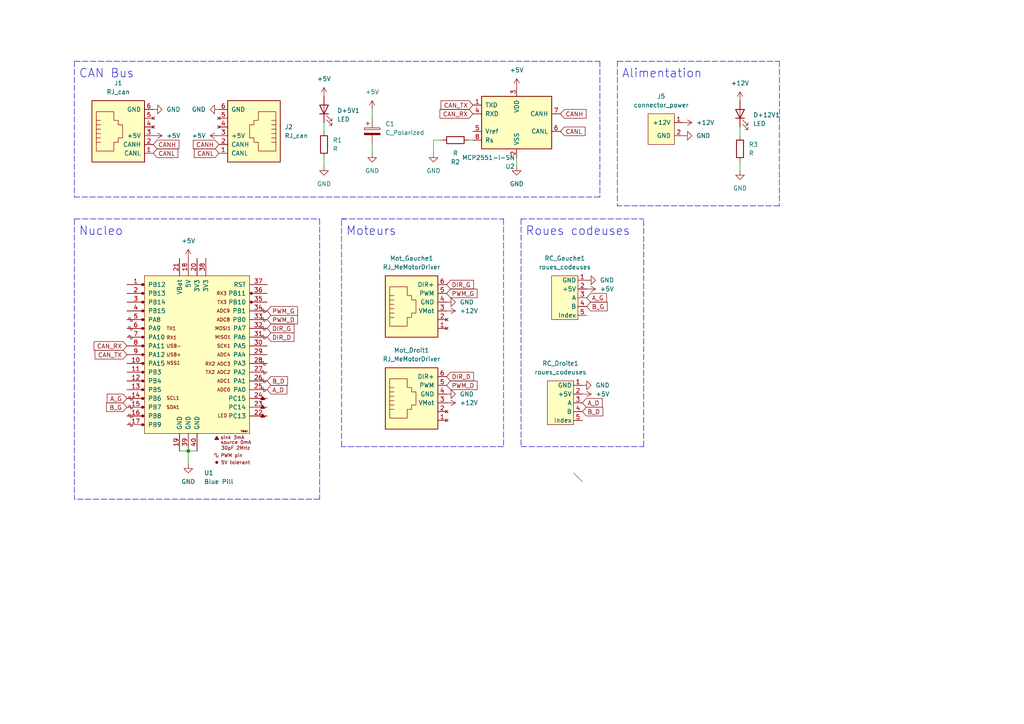
<source format=kicad_sch>
(kicad_sch (version 20211123) (generator eeschema)
  (paper "A4")
  (lib_symbols
    (symbol "Device:C_Polarized" (pin_numbers hide) (pin_names (offset 0.254))
      (property "Reference" "C" (at 0.635 2.54 0))
      (property "Value" "C_Polarized" (at 0.635 -2.54 0))
      (symbol "C_Polarized_0_1"
        (rectangle (start -2.286 0.508) (end 2.286 1.016))
        (polyline (pts (xy -1.778 2.286) (xy -0.762 2.286)))
        (polyline (pts (xy -1.27 2.794) (xy -1.27 1.778)))
        (rectangle (start 2.286 -0.508) (end -2.286 -1.016) (fill (type outline)))
      )
      (symbol "C_Polarized_1_1"
        (pin passive line (at 0 3.81 270) (length 2.794) (name "~") (number "1"))
        (pin passive line (at 0 -3.81 90) (length 2.794) (name "~") (number "2"))
      )
    )
    (symbol "Device:LED" (pin_numbers hide) (pin_names (offset 1.016) hide)
      (property "Reference" "D" (at 0 2.54 0))
      (property "Value" "LED" (at 0 -2.54 0))
      (symbol "LED_0_1"
        (polyline (pts (xy -1.27 -1.27) (xy -1.27 1.27)) (stroke (width 0.254)))
        (polyline (pts (xy -1.27 0) (xy 1.27 0)))
        (polyline (pts (xy 1.27 -1.27) (xy 1.27 1.27) (xy -1.27 0) (xy 1.27 -1.27)) (stroke (width 0.254)))
        (polyline (pts (xy -3.048 -0.762) (xy -4.572 -2.286) (xy -3.81 -2.286) (xy -4.572 -2.286) (xy -4.572 -1.524)))
        (polyline (pts (xy -1.778 -0.762) (xy -3.302 -2.286) (xy -2.54 -2.286) (xy -3.302 -2.286) (xy -3.302 -1.524)))
      )
      (symbol "LED_1_1"
        (pin passive line (at -3.81 0 0) (length 2.54) (name "K") (number "1"))
        (pin passive line (at 3.81 0 180) (length 2.54) (name "A") (number "2"))
      )
    )
    (symbol "Device:R" (pin_numbers hide) (pin_names (offset 0))
      (property "Reference" "R" (at 2.032 0 90))
      (property "Value" "R" (at 0 0 90))
      (symbol "R_0_1"
        (rectangle (start -1.016 -2.54) (end 1.016 2.54) (stroke (width 0.254)))
      )
      (symbol "R_1_1"
        (pin passive line (at 0 3.81 270) (length 1.27) (name "~") (number "1"))
        (pin passive line (at 0 -3.81 90) (length 1.27) (name "~") (number "2"))
      )
    )
    (symbol "Interface_CAN_LIN:MCP2551-I-SN" (pin_names (offset 1.016))
      (property "Reference" "U" (at -10.16 8.89 0))
      (property "Value" "MCP2551-I-SN" (at 2.54 8.89 0))
      (symbol "MCP2551-I-SN_0_1"
        (rectangle (start -10.16 7.62) (end 10.16 -7.62) (stroke (width 0.254)) (fill (type background)))
      )
      (symbol "MCP2551-I-SN_1_1"
        (pin input line (at -12.7 5.08 0) (length 2.54) (name "TXD") (number "1"))
        (pin power_in line (at 0 -10.16 90) (length 2.54) (name "VSS") (number "2"))
        (pin power_in line (at 0 10.16 270) (length 2.54) (name "VDD") (number "3"))
        (pin output line (at -12.7 2.54 0) (length 2.54) (name "RXD") (number "4"))
        (pin power_out line (at -12.7 -2.54 0) (length 2.54) (name "Vref") (number "5"))
        (pin bidirectional line (at 12.7 -2.54 180) (length 2.54) (name "CANL") (number "6"))
        (pin bidirectional line (at 12.7 2.54 180) (length 2.54) (name "CANH") (number "7"))
        (pin input line (at -12.7 -5.08 0) (length 2.54) (name "Rs") (number "8"))
      )
    )
    (symbol "Robot:Blue Pill" (pin_names (offset 1.016))
      (property "Reference" "U" (at -13.97 24.13 0))
      (property "Value" "Blue Pill" (at 0 6.35 90))
      (symbol "Blue Pill_0_0"
        (circle (center -15.748 -20.32) (radius 0.3556) (fill (type outline)))
        (circle (center -15.748 -17.78) (radius 0.3556) (fill (type outline)))
        (circle (center -15.748 -15.24) (radius 0.3556) (fill (type outline)))
        (circle (center -15.748 -12.7) (radius 0.3556) (fill (type outline)))
        (circle (center -15.748 -10.16) (radius 0.3556) (fill (type outline)))
        (circle (center -15.748 -7.62) (radius 0.3556) (fill (type outline)))
        (circle (center -15.748 -5.08) (radius 0.3556) (fill (type outline)))
        (circle (center -15.748 -2.54) (radius 0.3556) (fill (type outline)))
        (circle (center -15.748 0) (radius 0.3556) (fill (type outline)))
        (circle (center -15.748 2.54) (radius 0.3556) (fill (type outline)))
        (circle (center -15.748 5.08) (radius 0.3556) (fill (type outline)))
        (circle (center -15.748 7.62) (radius 0.3556) (fill (type outline)))
        (circle (center -15.748 10.16) (radius 0.3556) (fill (type outline)))
        (circle (center -15.748 12.7) (radius 0.3556) (fill (type outline)))
        (circle (center -15.748 15.24) (radius 0.3556) (fill (type outline)))
        (circle (center -15.748 20.32) (radius 0.3556) (fill (type outline)))
        (polyline (pts (xy 5.08 -24.638) (xy 5.715 -23.622) (xy 6.35 -24.638) (xy 5.08 -24.638) (xy 5.715 -23.749) (xy 6.223 -24.638) (xy 5.207 -24.511) (xy 5.715 -23.876) (xy 6.096 -24.638) (xy 5.334 -24.384) (xy 5.842 -24.003) (xy 5.969 -24.638) (xy 5.461 -24.257) (xy 5.969 -24.13) (xy 5.842 -24.511) (xy 5.588 -24.257) (xy 5.842 -24.384) (xy 5.715 -24.13)))
        (polyline (pts (xy 18.415 -18.161) (xy 19.05 -17.145) (xy 19.685 -18.161) (xy 18.415 -18.161) (xy 19.05 -17.272) (xy 19.558 -18.161) (xy 18.542 -18.034) (xy 19.05 -17.399) (xy 19.431 -18.161) (xy 18.669 -17.907) (xy 19.177 -17.526) (xy 19.304 -18.161) (xy 18.796 -17.78) (xy 19.304 -17.653) (xy 19.177 -18.034) (xy 18.923 -17.78) (xy 19.177 -17.907) (xy 19.05 -17.653)))
        (polyline (pts (xy 18.415 -15.621) (xy 19.05 -14.605) (xy 19.685 -15.621) (xy 18.415 -15.621) (xy 19.05 -14.732) (xy 19.558 -15.621) (xy 18.542 -15.494) (xy 19.05 -14.859) (xy 19.431 -15.621) (xy 18.669 -15.367) (xy 19.177 -14.986) (xy 19.304 -15.621) (xy 18.796 -15.24) (xy 19.304 -15.113) (xy 19.177 -15.494) (xy 18.923 -15.24) (xy 19.177 -15.367) (xy 19.05 -15.113)))
        (polyline (pts (xy 18.415 -13.081) (xy 19.05 -12.065) (xy 19.685 -13.081) (xy 18.415 -13.081) (xy 19.05 -12.192) (xy 19.558 -13.081) (xy 18.542 -12.954) (xy 19.05 -12.319) (xy 19.431 -13.081) (xy 18.669 -12.827) (xy 19.177 -12.446) (xy 19.304 -13.081) (xy 18.796 -12.7) (xy 19.304 -12.573) (xy 19.177 -12.954) (xy 18.923 -12.7) (xy 19.177 -12.827) (xy 19.05 -12.573)))
        (circle (center 5.715 -31.242) (radius 0.127) (fill (type outline)))
        (circle (center 5.715 -31.242) (radius 0.254))
        (circle (center 5.715 -31.242) (radius 0.3556))
        (circle (center 15.748 15.24) (radius 0.254) (fill (type outline)))
        (circle (center 15.748 15.24) (radius 0.3556))
        (circle (center 15.748 17.78) (radius 0.254) (fill (type outline)))
        (circle (center 15.748 17.78) (radius 0.3556))
        (text "30pF 2MHz" (at 11.176 -27.051 0) (effects (font (size 0.9906 0.9906))))
        (text "5V tolerant" (at 11.176 -31.242 0) (effects (font (size 0.9906 0.9906))))
        (text "ADC0" (at 7.747 -10.16 0) (effects (font (size 0.9906 0.9906))))
        (text "ADC1" (at 7.747 -7.62 0) (effects (font (size 0.9906 0.9906))))
        (text "ADC2" (at 7.747 -5.08 0) (effects (font (size 0.9906 0.9906))))
        (text "ADC3" (at 7.747 -2.667 0) (effects (font (size 0.9906 0.9906))))
        (text "ADC4" (at 7.747 0 0) (effects (font (size 0.9906 0.9906))))
        (text "ADC8" (at 7.62 10.16 0) (effects (font (size 0.9906 0.9906))))
        (text "ADC9" (at 7.62 12.7 0) (effects (font (size 0.9906 0.9906))))
        (text "LED" (at 7.366 -17.653 0) (effects (font (size 0.9906 0.9906))))
        (text "MISO1" (at 7.493 5.08 0) (effects (font (size 0.9906 0.9906))))
        (text "MOSI1" (at 7.493 7.62 0) (effects (font (size 0.9906 0.9906))))
        (text "NSS1" (at -6.858 -2.413 0) (effects (font (size 0.9906 0.9906))))
        (text "PWM pin" (at 10.033 -29.21 0) (effects (font (size 0.9906 0.9906))))
        (text "RX1" (at -7.366 4.953 0) (effects (font (size 0.9906 0.9906))))
        (text "RX2" (at 3.81 -2.667 0) (effects (font (size 0.9906 0.9906))))
        (text "RX3" (at 7.112 17.78 0) (effects (font (size 0.9906 0.9906))))
        (text "SCK1" (at 7.747 2.54 0) (effects (font (size 0.9906 0.9906))))
        (text "SCL1" (at -6.985 -12.573 0) (effects (font (size 0.9906 0.9906))))
        (text "SDA1" (at -6.985 -15.24 0) (effects (font (size 0.9906 0.9906))))
        (text "sink 3mA" (at 10.287 -24.003 0) (effects (font (size 0.9906 0.9906))))
        (text "source 0mA" (at 11.303 -25.4 0) (effects (font (size 0.9906 0.9906))))
        (text "TX1" (at -7.493 7.62 0) (effects (font (size 0.9906 0.9906))))
        (text "TX2" (at 3.81 -5.08 0) (effects (font (size 0.9906 0.9906))))
        (text "TX3" (at 7.239 15.24 0) (effects (font (size 0.9906 0.9906))))
        (text "USB+" (at -6.731 0 0) (effects (font (size 0.9906 0.9906))))
        (text "USB-" (at -6.731 2.54 0) (effects (font (size 0.9906 0.9906))))
        (text "Y@@J" (at 13.6906 -22.1488 0) (effects (font (size 0.508 0.508))))
      )
      (symbol "Blue Pill_0_1"
        (rectangle (start -15.24 22.86) (end 15.24 -22.86) (fill (type background)))
        (polyline (pts (xy -18.796 -20.32) (xy -18.796 -20.828) (xy -19.304 -20.828) (xy -19.304 -19.812) (xy -19.812 -19.812) (xy -19.812 -20.32)))
        (polyline (pts (xy -18.796 -17.78) (xy -18.796 -18.288) (xy -19.304 -18.288) (xy -19.304 -17.272) (xy -19.812 -17.272) (xy -19.812 -17.78)))
        (polyline (pts (xy -18.796 -15.24) (xy -18.796 -15.748) (xy -19.304 -15.748) (xy -19.304 -14.732) (xy -19.812 -14.732) (xy -19.812 -15.24)))
        (polyline (pts (xy -18.796 -12.7) (xy -18.796 -13.208) (xy -19.304 -13.208) (xy -19.304 -12.192) (xy -19.812 -12.192) (xy -19.812 -12.7)))
        (polyline (pts (xy -18.796 5.08) (xy -18.796 4.572) (xy -19.304 4.572) (xy -19.304 5.588) (xy -19.812 5.588) (xy -19.812 5.08)))
        (polyline (pts (xy -18.796 7.62) (xy -18.796 7.112) (xy -19.304 7.112) (xy -19.304 8.128) (xy -19.812 8.128) (xy -19.812 7.62)))
        (polyline (pts (xy -18.796 10.16) (xy -18.796 9.652) (xy -19.304 9.652) (xy -19.304 10.668) (xy -19.812 10.668) (xy -19.812 10.16)))
        (polyline (pts (xy 6.096 -29.21) (xy 6.096 -29.718) (xy 5.588 -29.718) (xy 5.588 -28.702) (xy 5.08 -28.702) (xy 5.08 -29.21)))
        (polyline (pts (xy 19.812 -10.16) (xy 19.812 -10.668) (xy 19.304 -10.668) (xy 19.304 -9.652) (xy 18.796 -9.652) (xy 18.796 -10.16)))
        (polyline (pts (xy 19.812 -7.62) (xy 19.812 -8.128) (xy 19.304 -8.128) (xy 19.304 -7.112) (xy 18.796 -7.112) (xy 18.796 -7.62)))
        (polyline (pts (xy 19.812 -5.08) (xy 19.812 -5.588) (xy 19.304 -5.588) (xy 19.304 -4.572) (xy 18.796 -4.572) (xy 18.796 -5.08)))
        (polyline (pts (xy 19.812 -2.54) (xy 19.812 -3.048) (xy 19.304 -3.048) (xy 19.304 -2.032) (xy 18.796 -2.032) (xy 18.796 -2.54)))
        (polyline (pts (xy 19.812 5.08) (xy 19.812 4.572) (xy 19.304 4.572) (xy 19.304 5.588) (xy 18.796 5.588) (xy 18.796 5.08)))
        (polyline (pts (xy 19.812 7.62) (xy 19.812 7.112) (xy 19.304 7.112) (xy 19.304 8.128) (xy 18.796 8.128) (xy 18.796 7.62)))
        (polyline (pts (xy 19.812 10.16) (xy 19.812 9.652) (xy 19.304 9.652) (xy 19.304 10.668) (xy 18.796 10.668) (xy 18.796 10.16)))
        (polyline (pts (xy 19.812 12.7) (xy 19.812 12.192) (xy 19.304 12.192) (xy 19.304 13.208) (xy 18.796 13.208) (xy 18.796 12.7)))
      )
      (symbol "Blue Pill_1_1"
        (circle (center -15.748 17.78) (radius 0.3556) (fill (type outline)))
        (pin bidirectional line (at -20.32 20.32 0) (length 5.08) (name "PB12") (number "1"))
        (pin bidirectional line (at -20.32 -2.54 0) (length 5.08) (name "PA15") (number "10"))
        (pin bidirectional line (at -20.32 -5.08 0) (length 5.08) (name "PB3") (number "11"))
        (pin bidirectional line (at -20.32 -7.62 0) (length 5.08) (name "PB4") (number "12"))
        (pin bidirectional line (at -20.32 -10.16 0) (length 5.08) (name "PB5") (number "13"))
        (pin bidirectional line (at -20.32 -12.7 0) (length 5.08) (name "PB6") (number "14"))
        (pin bidirectional line (at -20.32 -15.24 0) (length 5.08) (name "PB7") (number "15"))
        (pin bidirectional line (at -20.32 -17.78 0) (length 5.08) (name "PB8") (number "16"))
        (pin bidirectional line (at -20.32 -20.32 0) (length 5.08) (name "PB9") (number "17"))
        (pin power_in line (at -2.54 27.94 270) (length 5.08) (name "5V") (number "18"))
        (pin power_in line (at -5.08 -27.94 90) (length 5.08) (name "GND") (number "19"))
        (pin bidirectional line (at -20.32 17.78 0) (length 5.08) (name "PB13") (number "2"))
        (pin power_in line (at 0 27.94 270) (length 5.08) (name "3V3") (number "20"))
        (pin power_in line (at -5.08 27.94 270) (length 5.08) (name "VBat") (number "21"))
        (pin bidirectional line (at 20.32 -17.78 180) (length 5.08) (name "PC13") (number "22"))
        (pin bidirectional line (at 20.32 -15.24 180) (length 5.08) (name "PC14") (number "23"))
        (pin bidirectional line (at 20.32 -12.7 180) (length 5.08) (name "PC15") (number "24"))
        (pin bidirectional line (at 20.32 -10.16 180) (length 5.08) (name "PA0") (number "25"))
        (pin bidirectional line (at 20.32 -7.62 180) (length 5.08) (name "PA1") (number "26"))
        (pin bidirectional line (at 20.32 -5.08 180) (length 5.08) (name "PA2") (number "27"))
        (pin bidirectional line (at 20.32 -2.54 180) (length 5.08) (name "PA3") (number "28"))
        (pin bidirectional line (at 20.32 0 180) (length 5.08) (name "PA4") (number "29"))
        (pin bidirectional line (at -20.32 15.24 0) (length 5.08) (name "PB14") (number "3"))
        (pin bidirectional line (at 20.32 2.54 180) (length 5.08) (name "PA5") (number "30"))
        (pin bidirectional line (at 20.32 5.08 180) (length 5.08) (name "PA6") (number "31"))
        (pin bidirectional line (at 20.32 7.62 180) (length 5.08) (name "PA7") (number "32"))
        (pin bidirectional line (at 20.32 10.16 180) (length 5.08) (name "PB0") (number "33"))
        (pin bidirectional line (at 20.32 12.7 180) (length 5.08) (name "PB1") (number "34"))
        (pin bidirectional line (at 20.32 15.24 180) (length 5.08) (name "PB10") (number "35"))
        (pin bidirectional line (at 20.32 17.78 180) (length 5.08) (name "PB11") (number "36"))
        (pin input line (at 20.32 20.32 180) (length 5.08) (name "RST") (number "37"))
        (pin power_in line (at 2.54 27.94 270) (length 5.08) (name "3V3") (number "38"))
        (pin power_in line (at -2.54 -27.94 90) (length 5.08) (name "GND") (number "39"))
        (pin bidirectional line (at -20.32 12.7 0) (length 5.08) (name "PB15") (number "4"))
        (pin power_in line (at 0 -27.94 90) (length 5.08) (name "GND") (number "40"))
        (pin bidirectional line (at -20.32 10.16 0) (length 5.08) (name "PA8") (number "5"))
        (pin bidirectional line (at -20.32 7.62 0) (length 5.08) (name "PA9") (number "6"))
        (pin bidirectional line (at -20.32 5.08 0) (length 5.08) (name "PA10") (number "7"))
        (pin bidirectional line (at -20.32 2.54 0) (length 5.08) (name "PA11") (number "8"))
        (pin bidirectional line (at -20.32 0 0) (length 5.08) (name "PA12") (number "9"))
      )
    )
    (symbol "Robot:RJ_MeMotorDriver" (pin_names (offset 1.016))
      (property "Reference" "J1" (at 0 15.24 0))
      (property "Value" "RJ_MeMotorDriver" (at 0 12.7 0))
      (symbol "RJ_MeMotorDriver_0_1"
        (polyline (pts (xy -6.35 -1.905) (xy -5.08 -1.905) (xy -5.08 -1.905)))
        (polyline (pts (xy -6.35 -0.635) (xy -5.08 -0.635) (xy -5.08 -0.635)))
        (polyline (pts (xy -6.35 0.635) (xy -5.08 0.635) (xy -5.08 0.635)))
        (polyline (pts (xy -6.35 1.905) (xy -5.08 1.905) (xy -5.08 1.905)))
        (polyline (pts (xy -6.35 3.175) (xy -5.08 3.175) (xy -5.08 3.175)))
        (polyline (pts (xy -5.08 4.445) (xy -6.35 4.445) (xy -6.35 4.445)))
        (polyline (pts (xy -6.35 -4.445) (xy -6.35 6.985) (xy -1.27 6.985) (xy -1.27 4.445) (xy 0 4.445) (xy 0 3.175) (xy 1.27 3.175) (xy 1.27 -0.635) (xy 0 -0.635) (xy 0 -1.905) (xy -1.27 -1.905) (xy -1.27 -4.445) (xy -6.35 -4.445) (xy -6.35 -4.445)))
        (rectangle (start 7.62 10.16) (end -7.62 -7.62) (stroke (width 0.254)) (fill (type background)))
      )
      (symbol "RJ_MeMotorDriver_1_1"
        (pin no_connect line (at 10.16 -5.08 180) (length 2.54) (name "") (number "1"))
        (pin no_connect line (at 10.16 -2.54 180) (length 2.54) (name "") (number "2"))
        (pin power_in line (at 10.16 0 180) (length 2.54) (name "VMot") (number "3"))
        (pin power_in line (at 10.16 2.54 180) (length 2.54) (name "GND") (number "4"))
        (pin input line (at 10.16 5.08 180) (length 2.54) (name "PWM") (number "5"))
        (pin input line (at 10.16 7.62 180) (length 2.54) (name "DIR+") (number "6"))
      )
    )
    (symbol "Robot:RJ_can" (pin_names (offset 1.016))
      (property "Reference" "J1" (at 0 15.24 0))
      (property "Value" "RJ_can" (at 0 12.7 0))
      (symbol "RJ_can_0_1"
        (polyline (pts (xy -6.35 -1.905) (xy -5.08 -1.905) (xy -5.08 -1.905)))
        (polyline (pts (xy -6.35 -0.635) (xy -5.08 -0.635) (xy -5.08 -0.635)))
        (polyline (pts (xy -6.35 0.635) (xy -5.08 0.635) (xy -5.08 0.635)))
        (polyline (pts (xy -6.35 1.905) (xy -5.08 1.905) (xy -5.08 1.905)))
        (polyline (pts (xy -6.35 3.175) (xy -5.08 3.175) (xy -5.08 3.175)))
        (polyline (pts (xy -5.08 4.445) (xy -6.35 4.445) (xy -6.35 4.445)))
        (polyline (pts (xy -6.35 -4.445) (xy -6.35 6.985) (xy -1.27 6.985) (xy -1.27 4.445) (xy 0 4.445) (xy 0 3.175) (xy 1.27 3.175) (xy 1.27 -0.635) (xy 0 -0.635) (xy 0 -1.905) (xy -1.27 -1.905) (xy -1.27 -4.445) (xy -6.35 -4.445) (xy -6.35 -4.445)))
        (rectangle (start 7.62 10.16) (end -7.62 -7.62) (stroke (width 0.254)) (fill (type background)))
      )
      (symbol "RJ_can_1_1"
        (pin bidirectional line (at 10.16 -5.08 180) (length 2.54) (name "CANL") (number "1"))
        (pin passive line (at 10.16 -2.54 180) (length 2.54) (name "CANH") (number "2"))
        (pin power_out line (at 10.16 0 180) (length 2.54) (name "+5V") (number "3"))
        (pin no_connect line (at 10.16 2.54 180) (length 2.54) (name "") (number "4"))
        (pin no_connect line (at 10.16 5.08 180) (length 2.54) (name "~") (number "5"))
        (pin power_out line (at 10.16 7.62 180) (length 2.54) (name "GND") (number "6"))
      )
    )
    (symbol "Robot:connector_power" (pin_names (offset 1))
      (property "Reference" "J" (at 0 0 0))
      (property "Value" "connector_power" (at 0 1.905 0))
      (symbol "connector_power_0_1"
        (rectangle (start -6.35 -1.27) (end 1.27 -10.16) (fill (type background)))
      )
      (symbol "connector_power_1_1"
        (pin power_out line (at 3.81 -3.81 180) (length 2.54) (name "+12V") (number "1"))
        (pin power_out line (at 3.81 -7.62 180) (length 2.54) (name "GND") (number "2"))
      )
    )
    (symbol "Robot:roues_codeuses"
      (property "Reference" "RC_Gauche1" (at -6.35 3.81 0))
      (property "Value" "roues_codeuses" (at -6.35 1.27 0))
      (symbol "roues_codeuses_0_1"
        (rectangle (start -2.54 -1.27) (end -10.16 -13.97) (fill (type background)))
      )
      (symbol "roues_codeuses_1_1"
        (pin power_in line (at 0 -2.54 180) (length 2.54) (name "GND") (number "1"))
        (pin power_in line (at 0 -5.08 180) (length 2.54) (name "+5V") (number "2"))
        (pin output line (at 0 -7.62 180) (length 2.54) (name "A") (number "3"))
        (pin output line (at 0 -10.16 180) (length 2.54) (name "B") (number "4"))
        (pin output line (at 0 -12.7 180) (length 2.54) (name "Index") (number "5"))
      )
    )
    (symbol "power:+12V" (power) (pin_names (offset 0))
      (property "Value" "+12V" (at 0 3.556 0))
      (symbol "+12V_0_1"
        (polyline (pts (xy -0.762 1.27) (xy 0 2.54)))
        (polyline (pts (xy 0 0) (xy 0 2.54)))
        (polyline (pts (xy 0 2.54) (xy 0.762 1.27)))
      )
      (symbol "+12V_1_1"
        (pin power_in line (at 0 0 90) (length 0) hide (name "+12V") (number "1"))
      )
    )
    (symbol "power:+5V" (power) (pin_names (offset 0))
      (property "Value" "+5V" (at 0 3.556 0))
      (symbol "+5V_0_1"
        (polyline (pts (xy -0.762 1.27) (xy 0 2.54)))
        (polyline (pts (xy 0 0) (xy 0 2.54)))
        (polyline (pts (xy 0 2.54) (xy 0.762 1.27)))
      )
      (symbol "+5V_1_1"
        (pin power_in line (at 0 0 90) (length 0) hide (name "+5V") (number "1"))
      )
    )
    (symbol "power:GND" (power) (pin_names (offset 0))
      (property "Value" "GND" (at 0 -3.81 0))
      (symbol "GND_0_1"
        (polyline (pts (xy 0 0) (xy 0 -1.27) (xy 1.27 -1.27) (xy 0 -2.54) (xy -1.27 -1.27) (xy 0 -1.27)))
      )
      (symbol "GND_1_1"
        (pin power_in line (at 0 0 270) (length 0) hide (name "GND") (number "1"))
      )
    )
    (symbol "roues_codeuses_1"
      (property "Reference" "RC_Gauche1" (at -6.35 3.81 0))
      (property "Value" "roues_codeuses" (at -6.35 1.27 0))
      (symbol "roues_codeuses_1_0_1"
        (rectangle (start -2.54 -1.27) (end -10.16 -13.97) (fill (type background)))
      )
      (symbol "roues_codeuses_1_1_1"
        (pin power_in line (at 0 -2.54 180) (length 2.54) (name "GND") (number "1"))
        (pin power_in line (at 0 -5.08 180) (length 2.54) (name "+5V") (number "2"))
        (pin output line (at 0 -7.62 180) (length 2.54) (name "A") (number "3"))
        (pin output line (at 0 -10.16 180) (length 2.54) (name "B") (number "4"))
        (pin output line (at 0 -12.7 180) (length 2.54) (name "Index") (number "5"))
      )
    )
  )
  (junction (at 54.61 130.81))
  (bus_entry (at 166.37 137.16) (size 2.54 2.54))
  (polyline (pts (xy 173.99 57.15) (xy 21.59 57.15)))
  (polyline (pts (xy 226.06 59.69) (xy 179.07 59.69)))
  (polyline (pts (xy 186.69 129.54) (xy 186.69 63.5)))
  (wire (pts (xy 125.73 44.45) (xy 125.73 40.64)))
  (polyline (pts (xy 21.59 17.78) (xy 173.99 17.78)))
  (polyline (pts (xy 151.13 63.5) (xy 151.13 129.54)))
  (polyline (pts (xy 99.06 63.5) (xy 146.05 63.5)))
  (wire (pts (xy 107.95 31.75) (xy 107.95 34.29)))
  (wire (pts (xy 54.61 130.81) (xy 54.61 134.62)))
  (wire (pts (xy 93.98 45.72) (xy 93.98 48.26)))
  (polyline (pts (xy 92.71 144.78) (xy 21.59 144.78)))
  (wire (pts (xy 107.95 41.91) (xy 107.95 44.45)))
  (polyline (pts (xy 179.07 17.78) (xy 179.07 59.69)))
  (polyline (pts (xy 146.05 129.54) (xy 99.06 129.54)))
  (polyline (pts (xy 173.99 17.78) (xy 173.99 57.15)))
  (polyline (pts (xy 21.59 17.78) (xy 21.59 57.15)))
  (wire (pts (xy 214.63 36.83) (xy 214.63 39.37)))
  (wire (pts (xy 54.61 130.81) (xy 57.15 130.81)))
  (wire (pts (xy 93.98 35.56) (xy 93.98 38.1)))
  (polyline (pts (xy 99.06 63.5) (xy 100.33 63.5)))
  (polyline (pts (xy 179.07 17.78) (xy 226.06 17.78)))
  (wire (pts (xy 214.63 46.99) (xy 214.63 49.53)))
  (wire (pts (xy 149.86 48.26) (xy 149.86 45.72)))
  (polyline (pts (xy 99.06 129.54) (xy 99.06 63.5)))
  (wire (pts (xy 52.07 130.81) (xy 54.61 130.81)))
  (polyline (pts (xy 226.06 17.78) (xy 226.06 59.69)))
  (wire (pts (xy 125.73 40.64) (xy 128.27 40.64)))
  (polyline (pts (xy 21.59 63.5) (xy 92.71 63.5)))
  (wire (pts (xy 135.89 40.64) (xy 137.16 40.64)))
  (polyline (pts (xy 151.13 63.5) (xy 186.69 63.5)))
  (polyline (pts (xy 146.05 63.5) (xy 146.05 129.54)))
  (polyline (pts (xy 21.59 63.5) (xy 21.59 144.78)))
  (polyline (pts (xy 151.13 129.54) (xy 186.69 129.54)))
  (polyline (pts (xy 92.71 63.5) (xy 92.71 144.78)))
  (text "Alimentation" (at 180.34 22.86 0) (effects (font (size 2.49 2.49)) (justify left bottom)))
  (text "Nucleo" (at 22.86 68.58 0) (effects (font (size 2.49 2.49)) (justify left bottom)))
  (text "CAN Bus" (at 22.86 22.86 0) (effects (font (size 2.49 2.49)) (justify left bottom)))
  (text "Roues codeuses" (at 152.4 68.58 0) (effects (font (size 2.49 2.49)) (justify left bottom)))
  (text "Moteurs" (at 100.33 68.58 0) (effects (font (size 2.49 2.49)) (justify left bottom)))
  (global_label "CAN_RX" (shape input) (at 36.83 100.33 180) (property "Références Inter-Feuilles" "${INTERSHEET_REFS}" (effects hide)))
  (global_label "PWM_D" (shape input) (at 77.47 92.71 0) (property "Références Inter-Feuilles" "${INTERSHEET_REFS}" (effects hide)))
  (global_label "CANL" (shape input) (at 63.5 44.45 180) (property "Références Inter-Feuilles" "${INTERSHEET_REFS}" (effects hide)))
  (global_label "DIR_D" (shape input) (at 77.47 97.79 0) (property "Références Inter-Feuilles" "${INTERSHEET_REFS}" (effects hide)))
  (global_label "CANH" (shape input) (at 162.56 33.02 0) (property "Références Inter-Feuilles" "${INTERSHEET_REFS}" (effects hide)))
  (global_label "DIR_D" (shape input) (at 129.54 109.22 0) (property "Références Inter-Feuilles" "${INTERSHEET_REFS}" (effects hide)))
  (global_label "CANH" (shape input) (at 44.45 41.91 0) (property "Références Inter-Feuilles" "${INTERSHEET_REFS}" (effects hide)))
  (global_label "DIR_G" (shape input) (at 77.47 95.25 0) (property "Références Inter-Feuilles" "${INTERSHEET_REFS}" (effects hide)))
  (global_label "CANL" (shape input) (at 44.45 44.45 0) (property "Références Inter-Feuilles" "${INTERSHEET_REFS}" (effects hide)))
  (global_label "PWM_G" (shape input) (at 77.47 90.17 0) (property "Références Inter-Feuilles" "${INTERSHEET_REFS}" (effects hide)))
  (global_label "CANH" (shape input) (at 63.5 41.91 180) (property "Références Inter-Feuilles" "${INTERSHEET_REFS}" (effects hide)))
  (global_label "CANL" (shape input) (at 162.56 38.1 0) (property "Références Inter-Feuilles" "${INTERSHEET_REFS}" (effects hide)))
  (global_label "B_D" (shape input) (at 77.47 110.49 0) (property "Références Inter-Feuilles" "${INTERSHEET_REFS}" (effects hide)))
  (global_label "PWM_D" (shape input) (at 129.54 111.76 0) (property "Références Inter-Feuilles" "${INTERSHEET_REFS}" (effects hide)))
  (global_label "B_G" (shape input) (at 36.83 118.11 180) (property "Références Inter-Feuilles" "${INTERSHEET_REFS}" (effects hide)))
  (global_label "CAN_RX" (shape input) (at 137.16 33.02 180) (property "Références Inter-Feuilles" "${INTERSHEET_REFS}" (effects hide)))
  (global_label "DIR_G" (shape input) (at 129.54 82.55 0) (property "Références Inter-Feuilles" "${INTERSHEET_REFS}" (effects hide)))
  (global_label "B_D" (shape input) (at 168.91 119.38 0) (property "Références Inter-Feuilles" "${INTERSHEET_REFS}" (effects hide)))
  (global_label "CAN_TX" (shape input) (at 137.16 30.48 180) (property "Références Inter-Feuilles" "${INTERSHEET_REFS}" (effects hide)))
  (global_label "B_G" (shape input) (at 170.18 88.9 0) (property "Références Inter-Feuilles" "${INTERSHEET_REFS}" (effects hide)))
  (global_label "A_D" (shape input) (at 77.47 113.03 0) (property "Références Inter-Feuilles" "${INTERSHEET_REFS}" (effects hide)))
  (global_label "A_D" (shape input) (at 168.91 116.84 0) (property "Références Inter-Feuilles" "${INTERSHEET_REFS}" (effects hide)))
  (global_label "A_G" (shape input) (at 170.18 86.36 0) (property "Références Inter-Feuilles" "${INTERSHEET_REFS}" (effects hide)))
  (global_label "CAN_TX" (shape input) (at 36.83 102.87 180) (property "Références Inter-Feuilles" "${INTERSHEET_REFS}" (effects hide)))
  (global_label "PWM_G" (shape input) (at 129.54 85.09 0) (property "Références Inter-Feuilles" "${INTERSHEET_REFS}" (effects hide)))
  (global_label "A_G" (shape input) (at 36.83 115.57 180) (property "Références Inter-Feuilles" "${INTERSHEET_REFS}" (effects hide)))
  (symbol (lib_id "power:GND") (at 54.61 134.62 0) (unit 1)
    (property "Reference" "#PWR03" (effects hide))
    (property "Value" "GND" (at 54.61 139.7 0))
  )
  (symbol (lib_id "power:GND") (at 149.86 48.26 0) (unit 1)
    (property "Reference" "#PWR012" (effects hide))
    (property "Value" "GND" (at 149.86 53.34 0))
  )
  (symbol (lib_id "power:GND") (at 214.63 49.53 0) (unit 1)
    (property "Reference" "#PWR024" (effects hide))
    (property "Value" "GND" (at 214.63 54.61 0))
  )
  (symbol (lib_id "power:+12V") (at 129.54 116.84 270) (unit 1)
    (property "Reference" "#PWR016" (effects hide))
    (property "Value" "+12V" (at 133.35 116.8399 90) (effects (justify left)))
  )
  (symbol (lib_id "power:GND") (at 107.95 44.45 0) (unit 1)
    (property "Reference" "#PWR09" (effects hide))
    (property "Value" "GND" (at 107.95 49.53 0))
  )
  (symbol (lib_id "power:GND") (at 125.73 44.45 0) (unit 1)
    (property "Reference" "#PWR010" (effects hide))
    (property "Value" "GND" (at 125.73 49.53 0))
  )
  (symbol (lib_id "Device:R") (at 214.63 43.18 0) (unit 1)
    (property "Reference" "R3" (at 217.17 41.9099 0) (effects (justify left)))
    (property "Value" "R" (at 217.17 44.4499 0) (effects (justify left)))
    (property "Footprint" "Resistor_SMD:R_0805_2012Metric" (effects hide))
  )
  (symbol (lib_id "Device:R") (at 93.98 41.91 0) (unit 1)
    (property "Reference" "R1" (at 96.52 40.6399 0) (effects (justify left)))
    (property "Value" "R" (at 96.52 43.1799 0) (effects (justify left)))
    (property "Footprint" "Resistor_SMD:R_0805_2012Metric" (effects hide))
  )
  (symbol (lib_id "power:GND") (at 129.54 87.63 90) (unit 1)
    (property "Reference" "#PWR013" (effects hide))
    (property "Value" "GND" (at 133.35 87.6299 90) (effects (justify right)))
  )
  (symbol (lib_id "power:GND") (at 168.91 111.76 90) (unit 1)
    (property "Reference" "#PWR019" (effects hide))
    (property "Value" "GND" (at 172.72 111.7599 90) (effects (justify right)))
  )
  (symbol (lib_id "power:+5V") (at 54.61 74.93 0) (unit 1)
    (property "Reference" "#PWR0101" (effects hide))
    (property "Value" "+5V" (at 54.61 69.85 0))
  )
  (symbol (lib_id "Device:R") (at 132.08 40.64 270) (unit 1)
    (property "Reference" "R2" (at 132.08 46.99 90))
    (property "Value" "R" (at 132.08 44.45 90))
    (property "Footprint" "Resistor_SMD:R_0805_2012Metric" (effects hide))
  )
  (symbol (lib_id "Device:LED") (at 214.63 33.02 90) (unit 1)
    (property "Reference" "D+12V1" (at 218.44 33.3374 90) (effects (justify right)))
    (property "Value" "LED" (at 218.44 35.8774 90) (effects (justify right)))
    (property "Footprint" "LED_THT:LED_D5.0mm" (effects hide))
  )
  (symbol (lib_id "Device:LED") (at 93.98 31.75 90) (unit 1)
    (property "Reference" "D+5V1" (at 97.79 32.0674 90) (effects (justify right)))
    (property "Value" "LED" (at 97.79 34.6074 90) (effects (justify right)))
    (property "Footprint" "LED_THT:LED_D5.0mm" (effects hide))
  )
  (symbol (lib_id "Interface_CAN_LIN:MCP2551-I-SN") (at 149.86 35.56 0) (unit 1)
    (property "Reference" "U2" (at 149.3394 48.26 0) (effects (justify right)))
    (property "Value" "MCP2551-I-SN" (at 149.3394 45.72 0) (effects (justify right)))
    (property "Footprint" "Package_SO:SOIC-8_3.9x4.9mm_P1.27mm" (effects hide))
    (property "Datasheet" "http://ww1.microchip.com/downloads/en/devicedoc/21667d.pdf" (effects hide))
  )
  (symbol (lib_id "power:GND") (at 170.18 81.28 90) (unit 1)
    (property "Reference" "#PWR021" (effects hide))
    (property "Value" "GND" (at 173.99 81.2799 90) (effects (justify right)))
  )
  (symbol (lib_id "power:+5V") (at 44.45 39.37 270) (unit 1)
    (property "Reference" "#PWR02" (effects hide))
    (property "Value" "+5V" (at 48.26 39.3699 90) (effects (justify left)))
  )
  (symbol (lib_id "power:+5V") (at 149.86 25.4 0) (unit 1)
    (property "Reference" "#PWR011" (effects hide))
    (property "Value" "+5V" (at 149.86 20.32 0))
  )
  (symbol (lib_id "power:GND") (at 198.12 39.37 90) (unit 1)
    (property "Reference" "#PWR018" (effects hide))
    (property "Value" "GND" (at 201.93 39.3699 90) (effects (justify right)))
  )
  (symbol (lib_id "power:GND") (at 44.45 31.75 90) (unit 1)
    (property "Reference" "#PWR01" (effects hide))
    (property "Value" "GND" (at 48.26 31.7499 90) (effects (justify right)))
  )
  (symbol (lib_id "power:+5V") (at 93.98 27.94 0) (unit 1)
    (property "Reference" "#PWR06" (effects hide))
    (property "Value" "+5V" (at 93.98 22.86 0))
  )
  (symbol (lib_id "power:+5V") (at 170.18 83.82 270) (unit 1)
    (property "Reference" "#PWR022" (effects hide))
    (property "Value" "+5V" (at 173.99 83.8199 90) (effects (justify left)))
  )
  (symbol (lib_id "power:GND") (at 63.5 31.75 270) (unit 1)
    (property "Reference" "#PWR04" (effects hide))
    (property "Value" "GND" (at 59.69 31.7499 90) (effects (justify right)))
  )
  (symbol (lib_id "power:+5V") (at 168.91 114.3 270) (unit 1)
    (property "Reference" "#PWR020" (effects hide))
    (property "Value" "+5V" (at 172.72 114.2999 90) (effects (justify left)))
  )
  (symbol (lib_name "roues_codeuses_1") (lib_id "Robot:roues_codeuses") (at 170.18 78.74 0) (unit 1)
    (property "Reference" "RC_Gauche1" (at 163.83 74.93 0))
    (property "Value" "roues_codeuses" (at 163.83 77.47 0))
    (property "Footprint" "Robot:HE14-5-angle" (effects hide))
  )
  (symbol (lib_id "power:+5V") (at 107.95 31.75 0) (unit 1)
    (property "Reference" "#PWR08" (effects hide))
    (property "Value" "+5V" (at 107.95 26.67 0))
  )
  (symbol (lib_id "Robot:RJ_MeMotorDriver") (at 119.38 116.84 0) (unit 1)
    (property "Reference" "Mot_Droit1" (at 119.38 101.6 0))
    (property "Value" "RJ_MeMotorDriver" (at 119.38 104.14 0))
    (property "Footprint" "Robot:RJ12" (effects hide))
    (property "Datasheet" "http://docs.makeblock.com/diy-platform/en/electronic-modules/motor-drivers/me-dual-motor-driver.html" (effects hide))
  )
  (symbol (lib_id "Device:C_Polarized") (at 107.95 38.1 0) (unit 1)
    (property "Reference" "C1" (at 111.76 35.9409 0) (effects (justify left)))
    (property "Value" "C_Polarized" (at 111.76 38.4809 0) (effects (justify left)))
    (property "Footprint" "Capacitor_THT:CP_Radial_D5.0mm_P2.00mm" (effects hide))
  )
  (symbol (lib_id "Robot:RJ_can") (at 34.29 39.37 0) (unit 1)
    (property "Reference" "J1" (at 34.29 24.13 0))
    (property "Value" "RJ_can" (at 34.29 26.67 0))
    (property "Footprint" "Robot:RJ12" (effects hide))
    (property "Datasheet" "https://www.notion.so/fb11deb952ea4e10a2e068dc0e72e040" (effects hide))
  )
  (symbol (lib_id "power:+5V") (at 63.5 39.37 90) (unit 1)
    (property "Reference" "#PWR05" (effects hide))
    (property "Value" "+5V" (at 59.69 39.3699 90) (effects (justify left)))
  )
  (symbol (lib_id "power:GND") (at 93.98 48.26 0) (unit 1)
    (property "Reference" "#PWR07" (effects hide))
    (property "Value" "GND" (at 93.98 53.34 0))
  )
  (symbol (lib_id "Robot:roues_codeuses") (at 168.91 109.22 0) (unit 1)
    (property "Reference" "RC_Droite1" (at 162.56 105.41 0))
    (property "Value" "roues_codeuses" (at 162.56 107.95 0))
    (property "Footprint" "Robot:HE14-5-angle" (effects hide))
  )
  (symbol (lib_id "power:+12V") (at 214.63 29.21 0) (unit 1)
    (property "Reference" "#PWR023" (effects hide))
    (property "Value" "+12V" (at 214.63 24.13 0))
  )
  (symbol (lib_id "power:+12V") (at 129.54 90.17 270) (unit 1)
    (property "Reference" "#PWR014" (effects hide))
    (property "Value" "+12V" (at 133.35 90.1699 90) (effects (justify left)))
  )
  (symbol (lib_id "Robot:RJ_MeMotorDriver") (at 119.38 90.17 0) (unit 1)
    (property "Reference" "Mot_Gauche1" (at 119.38 74.93 0))
    (property "Value" "RJ_MeMotorDriver" (at 119.38 77.47 0))
    (property "Footprint" "Robot:RJ12" (effects hide))
    (property "Datasheet" "http://docs.makeblock.com/diy-platform/en/electronic-modules/motor-drivers/me-dual-motor-driver.html" (effects hide))
  )
  (symbol (lib_id "power:+12V") (at 198.12 35.56 270) (unit 1)
    (property "Reference" "#PWR017" (effects hide))
    (property "Value" "+12V" (at 201.93 35.5599 90) (effects (justify left)))
  )
  (symbol (lib_id "Robot:Blue Pill") (at 57.15 102.87 0) (unit 1)
    (property "Reference" "U1" (at 59.1694 137.16 0) (effects (justify left)))
    (property "Value" "Blue Pill" (at 59.1694 139.7 0) (effects (justify left)))
    (property "Footprint" "Robot:Blue Pill" (effects hide))
  )
  (symbol (lib_id "Robot:RJ_can") (at 73.66 39.37 0) (mirror y) (unit 1)
    (property "Reference" "J2" (at 82.55 36.8299 0) (effects (justify right)))
    (property "Value" "RJ_can" (at 82.55 39.3699 0) (effects (justify right)))
    (property "Footprint" "Robot:RJ12" (effects hide))
    (property "Datasheet" "https://www.notion.so/fb11deb952ea4e10a2e068dc0e72e040" (effects hide))
  )
  (symbol (lib_id "power:GND") (at 129.54 114.3 90) (unit 1)
    (property "Reference" "#PWR015" (effects hide))
    (property "Value" "GND" (at 133.35 114.2999 90) (effects (justify right)))
  )
  (symbol (lib_id "Robot:connector_power") (at 194.31 31.75 0) (unit 1)
    (property "Reference" "J5" (at 191.77 27.94 0))
    (property "Value" "connector_power" (at 191.77 30.48 0))
    (property "Footprint" "Robot:WR_TBL_3137_2pins" (effects hide))
  )
)
</source>
